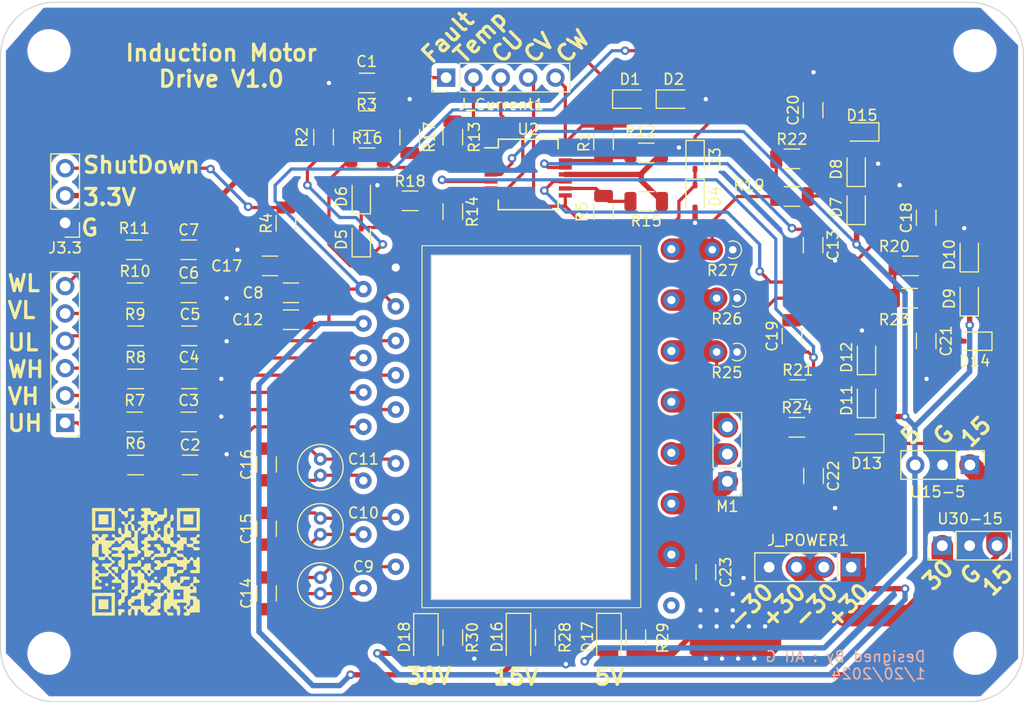
<source format=kicad_pcb>
(kicad_pcb (version 20221018) (generator pcbnew)
  (layers (0 "F.Cu" signal) (31 "B.Cu" signal) (34 "B.Paste" user) (35 "F.Paste" user) (36 "B.SilkS" user "B.Silkscreen") (37 "F.SilkS" user "F.Silkscreen") (38 "B.Mask" user) (39 "F.Mask" user) (44 "Edge.Cuts" user))
  (net 0 "")
  (net 1 "Fault")
  (net 2 "-30")
  (net 3 "/U_Hi")
  (net 4 "/V_Hi")
  (net 5 "/W_Hi")
  (net 6 "/U_Lo")
  (net 7 "/V_Lo")
  (net 8 "/W_Lo")
  (net 9 "+15V")
  (net 10 "Net-(U1-IGCM04F60GAXKMA1-VS(U))")
  (net 11 "Net-(U1-IGCM04F60GAXKMA1-VB(U))")
  (net 12 "Net-(U1-IGCM04F60GAXKMA1-VS(V))")
  (net 13 "Net-(U1-IGCM04F60GAXKMA1-VB(V))")
  (net 14 "Net-(U1-IGCM04F60GAXKMA1-VS(W))")
  (net 15 "Net-(U1-IGCM04F60GAXKMA1-VB(W))")
  (net 16 "/WCOP+")
  (net 17 "/ITRIP")
  (net 18 "/VCOP+")
  (net 19 "/UCOP+")
  (net 20 "/NW_D")
  (net 21 "/NV_D")
  (net 22 "/NU_D")
  (net 23 "+30-2")
  (net 24 "+3.3V")
  (net 25 "CurrentSense W")
  (net 26 "CurrentSense V")
  (net 27 "CurrentSense U")
  (net 28 "+5V")
  (net 29 "ShutDown")
  (net 30 "U-Hi")
  (net 31 "V-Hi")
  (net 32 "W-Hi")
  (net 33 "U-Lo")
  (net 34 "V-Lo")
  (net 35 "W-Lo")
  (net 36 "Temperature Monitor")
  (net 37 "+30")
  (net 38 "Net-(M1-U)")
  (net 39 "Net-(M1-V)")
  (net 40 "Net-(M1-W)")
  (net 41 "/WCOP-")
  (net 42 "/VFO")
  (net 43 "/VCOP-")
  (net 44 "Net-(U2A--)")
  (net 45 "/UCOP-")
  (net 46 "Net-(U2A-+)")
  (net 47 "/NW")
  (net 48 "/NV")
  (net 49 "/NU")
  (net 51 "Net-(D16-K)")
  (net 52 "Net-(D17-K)")
  (net 53 "Net-(D18-K)")
  (footprint "Resistor_SMD:R_1206_3216Metric" (layer "F.Cu") (at 119.0375 61)
    (fp_text reference "R3")
    (fp_text value "1k" hide)
  )
  (footprint "Connector_PinHeader_2.54mm:PinHeader_1x06_P2.54mm_Vertical" (layer "F.Cu") (at 91 89.08 180)
    (fp_text reference "J_Control1" hide)
    (fp_text value "Conn_01x06_Pin" hide)
  )
  (footprint "Diode_SMD:D_SOD-323" (layer "F.Cu") (at 164.4625 69.05 90)
    (fp_text reference "D7")
    (fp_text value "1N4007" hide)
  )
  (footprint "Resistor_SMD:R_1206_3216Metric" (layer "F.Cu") (at 159.0375 86)
    (fp_text reference "R21")
    (fp_text value "10k" hide)
  )
  (footprint "Diode_SMD:D_SOD-323" (layer "F.Cu") (at 165.425 83 90)
    (fp_text reference "D12")
    (fp_text value "1N4007" hide)
  )
  (footprint "Resistor_SMD:R_1206_3216Metric" (layer "F.Cu") (at 127 69.4625 -90)
    (fp_text reference "R14")
    (fp_text value "10k" hide)
  )
  (footprint "Capacitor_THT:C_Radial_D4.0mm_H7.0mm_P1.50mm" (layer "F.Cu") (at 114.7 99.455 90)
    (fp_text reference "C10")
    (fp_text value "22u" hide)
  )
  (footprint "Diode_SMD:D_SOD-323" (layer "F.Cu") (at 174.9625 73.45 90)
    (fp_text reference "D10")
    (fp_text value "1N4007" hide)
  )
  (footprint "Capacitor_SMD:C_1206_3216Metric" (layer "F.Cu") (at 102.475 77)
    (fp_text reference "C6")
    (fp_text value "1n" hide)
  )
  (footprint "Connector_PinHeader_2.54mm:PinHeader_1x03_P2.54mm_Vertical" (layer "F.Cu") (at 175.025 93 -90)
    (fp_text reference "U15-5")
    (fp_text value "DC-DC Converter" hide)
  )
  (footprint "Resistor_SMD:R_1206_3216Metric" (layer "F.Cu") (at 119.0375 64.45)
    (fp_text reference "R16")
    (fp_text value "10k" hide)
  )
  (footprint "Diode_SMD:D_SOD-323" (layer "F.Cu") (at 164.9625 62.05 180)
    (fp_text reference "D15")
    (fp_text value "1N4007" hide)
  )
  (footprint "Resistor_SMD:R_1206_3216Metric" (layer "F.Cu") (at 144.9625 68.5 180)
    (fp_text reference "R15")
    (fp_text value "1k" hide)
  )
  (footprint "Resistor_THT:R_Axial_DIN0204_L3.6mm_D1.6mm_P1.90mm_Vertical" (layer "F.Cu") (at 153.405 77.5 180)
    (fp_text reference "R26")
    (fp_text value "0.2" hide)
  )
  (footprint "Diode_SMD:D_SOD-323" (layer "F.Cu") (at 175.4625 81.5 180)
    (fp_text reference "D14")
    (fp_text value "1N4007" hide)
  )
  (footprint "Capacitor_SMD:C_1206_3216Metric" (layer "F.Cu") (at 160.4625 60.025 90)
    (fp_text reference "C20")
    (fp_text value "1n" hide)
  )
  (footprint "Resistor_SMD:R_1206_3216Metric" (layer "F.Cu") (at 97.5375 85 180)
    (fp_text reference "R8")
    (fp_text value "100" hide)
  )
  (footprint "Resistor_THT:R_Axial_DIN0204_L3.6mm_D1.6mm_P1.90mm_Vertical" (layer "F.Cu") (at 153 73 180)
    (fp_text reference "R27")
    (fp_text value "0.2" hide)
  )
  (footprint "LED_SMD:LED_1206_3216Metric" (layer "F.Cu") (at 141.5 109.075 -90)
    (fp_text reference "D17")
    (fp_text value "LED" hide)
  )
  (footprint "Capacitor_SMD:C_1206_3216Metric" (layer "F.Cu") (at 150.5 102.975 -90)
    (fp_text reference "C23")
    (fp_text value "100n/60V" hide)
  )
  (footprint "Resistor_SMD:R_1206_3216Metric" (layer "F.Cu") (at 141 62.9625 90)
    (fp_text reference "R1")
    (fp_text value "10k" hide)
  )
  (footprint "Capacitor_SMD:C_1206_3216Metric" (layer "F.Cu") (at 102.525 85)
    (fp_text reference "C4")
    (fp_text value "1n" hide)
  )
  (footprint "MountingHole:MountingHole_3.5mm" (layer "F.Cu") (at 89.5 110.5)
    (fp_text reference "H3" hide)
    (fp_text value "MountingHole" hide)
  )
  (footprint "Capacitor_SMD:C_1206_3216Metric" (layer "F.Cu") (at 109.7 104.93 90)
    (fp_text reference "C14")
    (fp_text value "100n" hide)
  )
  (footprint "Capacitor_SMD:C_1206_3216Metric" (layer "F.Cu") (at 109.7 92.955 90)
    (fp_text reference "C16")
    (fp_text value "100n" hide)
  )
  (footprint "Connector_PinHeader_2.54mm:PinHeader_1x04_P2.54mm_Vertical" (layer "F.Cu") (at 164 102.5 -90)
    (fp_text reference "J_POWER1")
    (fp_text value "Conn_01x04_Pin" hide)
  )
  (footprint "Resistor_SMD:R_1206_3216Metric" (layer "F.Cu") (at 127 109.0375 -90)
    (fp_text reference "R30")
    (fp_text value "1k5" hide)
  )
  (footprint "Resistor_SMD:R_1206_3216Metric" (layer "F.Cu") (at 115 62.5375 -90)
    (fp_text reference "R2")
    (fp_text value "10k" hide)
  )
  (footprint "Diode_SMD:D_SOD-323" (layer "F.Cu") (at 143.45 59)
    (fp_text reference "D1")
    (fp_text value "1N4007" hide)
  )
  (footprint "Resistor_SMD:R_1206_3216Metric" (layer "F.Cu") (at 97.4125 73 180)
    (fp_text reference "R11")
    (fp_text value "100" hide)
  )
  (footprint "Capacitor_SMD:C_1206_3216Metric" (layer "F.Cu") (at 111.975 77 180)
    (fp_text reference "C8")
    (fp_text value "1n" hide)
  )
  (footprint "Connector_PinHeader_2.54mm:PinHeader_1x03_P2.54mm_Vertical" (layer "F.Cu") (at 91 70.5 180)
    (fp_text reference "J3.3")
    (fp_text value "Conn_01x03_Pin" hide)
  )
  (footprint "Resistor_SMD:R_1206_3216Metric" (layer "F.Cu") (at 123.0375 68.45)
    (fp_text reference "R18")
    (fp_text value "1k" hide)
  )
  (footprint "MountingHole:MountingHole_3.5mm" (layer "F.Cu") (at 89.5 54.5)
    (fp_text reference "H1" hide)
    (fp_text value "MountingHole" hide)
  )
  (footprint "Resistor_SMD:R_1206_3216Metric" (layer "F.Cu") (at 158.9625 89.5)
    (fp_text reference "R24")
    (fp_text value "10k" hide)
  )
  (footprint "Resistor_SMD:R_1206_3216Metric" (layer "F.Cu") (at 144 109.0375 -90)
    (fp_text reference "R29")
    (fp_text value "1k5" hide)
  )
  (footprint "Github:GithubQR" (layer "F.Cu") (at 98.5 102)
    (fp_text reference "G***" hide)
    (fp_text value "LOGO" hide)
  )
  (footprint "Capacitor_SMD:C_1206_3216Metric" (layer "F.Cu") (at 158.5 81.025 90)
    (fp_text reference "C19")
    (fp_text value "1n" hide)
  )
  (footprint "Diode_SMD:D_SOD-323" (layer "F.Cu") (at 165.425 87 90)
    (fp_text reference "D11")
    (fp_text value "1N4007" hide)
  )
  (footprint "Capacitor_SMD:C_1206_3216Metric" (layer "F.Cu") (at 111.975 79.5 180)
    (fp_text reference "C12")
    (fp_text value "1n" hide)
  )
  (footprint "Connector_PinHeader_2.54mm:PinHeader_1x05_P2.54mm_Vertical" (layer "F.Cu") (at 126.38 57 90)
    (fp_text reference "J_Current1")
    (fp_text value "Conn_01x05_Socket" hide)
  )
  (footprint "Diode_SMD:D_SOD-323" (layer "F.Cu") (at 118.5 72.05 90)
    (fp_text reference "D5")
    (fp_text value "1N4007" hide)
  )
  (footprint "Capacitor_SMD:C_1206_3216Metric" (layer "F.Cu") (at 109.7 98.93 90)
    (fp_text reference "C15")
    (fp_text value "100n" hide)
  )
  (footprint "Resistor_SMD:R_1206_3216Metric" (layer "F.Cu") (at 141 69.4625 -90)
    (fp_text reference "R5")
    (fp_text value "10k" hide)
  )
  (footprint "Capacitor_SMD:C_1206_3216Metric" (layer "F.Cu") (at 170.9625 70.025 90)
    (fp_text reference "C18")
    (fp_text value "1n" hide)
  )
  (footprint "Capacitor_SMD:C_1206_3216Metric" (layer "F.Cu") (at 170.9625 81.475 -90)
    (fp_text reference "C21")
    (fp_text value "1n" hide)
  )
  (footprint "Capacitor_SMD:C_1206_3216Metric" (layer "F.Cu") (at 102.475 73)
    (fp_text reference "C7")
    (fp_text value "1n" hide)
  )
  (footprint "Resistor_SMD:R_1206_3216Metric" (layer "F.Cu") (at 97.4625 89 180)
    (fp_text reference "R7")
    (fp_text value "100" hide)
  )
  (footprint "LED_SMD:LED_1206_3216Metric" (layer "F.Cu") (at 133.1 109.075 -90)
    (fp_text reference "D16")
    (fp_text value "LED" hide)
  )
  (footprint "Capacitor_SMD:C_1206_3216Metric" (layer "F.Cu") (at 110.025 74.5 180)
    (fp_text reference "C17")
    (fp_text value "1n" hide)
  )
  (footprint "Resistor_SMD:R_1206_3216Metric" (layer "F.Cu") (at 144.9625 64 180)
    (fp_text reference "R12")
    (fp_text value "1k" hide)
  )
  (footprint "Resistor_SMD:R_1206_3216Metric" (layer "F.Cu") (at 97.4875 77 180)
    (fp_text reference "R10")
    (fp_text value "100" hide)
  )
  (footprint "Connector_PinHeader_2.54mm:PinHeader_1x03_P2.54mm_Vertical" (layer "F.Cu") (at 152.5 94.525 180)
    (fp_text reference "M1")
    (fp_text value "~" hide)
  )
  (footprint "Diode_SMD:D_SOD-323" (layer "F.Cu") (at 149.5 68.05 -90)
    (fp_text reference "D4")
    (fp_text value "1N4007" hide)
  )
  (footprint "Resistor_SMD:R_1206_3216Metric" (layer "F.Cu") (at 158.5 64.55)
    (fp_text reference "R22")
    (fp_text value "10k" hide)
  )
  (footprint "Resistor_SMD:R_1206_3216Metric" (layer "F.Cu") (at 123 62.5375 -90)
    (fp_text reference "R17")
    (fp_text value "10k" hide)
  )
  (footprint "Capacitor_THT:C_Radial_D4.0mm_H7.0mm_P1.50mm" (layer "F.Cu") (at 114.7 104.955 90)
    (fp_text reference "C9")
    (fp_text value "22u" hide)
  )
  (footprint "Capacitor_SMD:C_1206_3216Metric" (layer "F.Cu") (at 160.4625 72.575 -90)
    (fp_text reference "C13")
    (fp_text value "1n" hide)
  )
  (footprint "Resistor_SMD:R_1206_3216Metric" (layer "F.Cu") (at 111.5 70.5375 90)
    (fp_text reference "R4")
    (fp_text value "10k" hide)
  )
  (footprint "Resistor_SMD:R_1206_3216Metric" (layer "F.Cu") (at 135.6 109.0375 -90)
    (fp_text reference "R28")
    (fp_text value "1k5" hide)
  )
  (footprint "Capacitor_THT:C_Radial_D4.0mm_H7.0mm_P1.50mm" (layer "F.Cu") (at 114.7 93.955 90)
    (fp_text reference "C11")
    (fp_text value "22u" hide)
  )
  (footprint "Resistor_THT:R_Axial_DIN0204_L3.6mm_D1.6mm_P1.90mm_Vertical" (layer "F.Cu") (at 153.4 82.5 180)
    (fp_text reference "R25")
    (fp_text value "0.2" hide)
  )
  (footprint "Capacitor_SMD:C_1206_3216Metric" (layer "F.Cu") (at 160.5 94.025 -90)
    (fp_text reference "C22")
    (fp_text value "1n" hide)
  )
  (footprint "Resistor_SMD:R_1206_3216Metric" (layer "F.Cu") (at 169.5 74.5)
    (fp_text reference "R20")
    (fp_text value "10k" hide)
  )
  (footprint "Bridge:IGCM04F60GAXKMA1" (layer "F.Cu") (at 133.7 88.655)
    (fp_text reference "U1-IGCM04F60GAXKMA1" hide)
    (fp_text value "~" hide)
  )
  (footprint "MountingHole:MountingHole_3.5mm" (layer "F.Cu") (at 175.5 54.5)
    (fp_text reference "H2" hide)
    (fp_text value "MountingHole" hide)
  )
  (footprint "Diode_SMD:D_SOD-323" (layer "F.Cu") (at 174.9625 77.55 90)
    (fp_text reference "D9")
    (fp_text value "1N4007" hide)
  )
  (footprint "Resistor_SMD:R_1206_3216Metric" (layer "F.Cu") (at 97.5375 81 180)
    (fp_text reference "R9")
    (fp_text value "100" hide)
  )
  (footprint "Diode_SMD:D_SOD-323" (layer "F.Cu") (at 118.5 68.05 90)
    (fp_text reference "D6")
    (fp_text value "1N4007" hide)
  )
  (footprint "Capacitor_SMD:C_1206_3216Metric" (layer "F.Cu") (at 119.025 57.5 180)
    (fp_text reference "C1")
    (fp_text value "1n" hide)
  )
  (footprint "LED_SMD:LED_1206_3216Metric" (layer "F.Cu") (at 124.5 109.1 -90)
    (fp_text reference "D18")
    (fp_text value "LED" hide)
  )
  (footprint "MountingHole:MountingHole_3.5mm" (layer "F.Cu") (at 175.5 110.5)
    (fp_text reference "H4" hide)
    (fp_text value "MountingHole" hide)
  )
  (footprint "Diode_SMD:D_SOD-323" (layer "F.Cu") (at 149.5 64.45 -90)
    (fp_text reference "D3")
    (fp_text value "1N4007" hide)
  )
  (footprint "Diode_SMD:D_SOD-323" (layer "F.Cu") (at 164.4625 65.5125 90)
    (fp_text reference "D8")
    (fp_text value "1N4007" hide)
  )
  (footprint "Capacitor_SMD:C_1206_3216Metric" (layer "F.Cu") (at 102.475 89)
    (fp_text reference "C3")
    (fp_text value "1n" hide)
  )
  (footprint "Capacitor_SMD:C_1206_3216Metric" (layer "F.Cu") (at 102.525 81)
    (fp_text reference "C5")
    (fp_text value "1n" hide)
  )
  (footprint "Connector_PinHeader_2.54mm:PinHeader_1x03_P2.54mm_Vertical" (layer "F.Cu") (at 172.46 100.5 90)
    (fp_text reference "U30-15")
    (fp_text value "DC-DC Converter" hide)
  )
  (footprint "Resistor_SMD:R_1206_3216Metric" (layer "F.Cu") (at 158.5 68.05)
    (fp_text reference "R19")
    (fp_text value "10k" hide)
  )
  (footprint "Resistor_SMD:R_1206_3216Metric" (layer "F.Cu") (at 127 62.5375 90)
    (fp_text reference "R13")
    (fp_text value "5k" hide)
  )
  (footprint "Diode_SMD:D_SOD-323" (layer "F.Cu") (at 165.425 91 180)
    (fp_text reference "D13")
    (fp_text value "1N4007" hide)
  )
  (footprint "Capacitor_SMD:C_1206_3216Metric" (layer "F.Cu") (at 102.6 93)
    (fp_text reference "C2")
    (fp_text value "1n" hide)
  )
  (footprint "Package_SO:SSOP-14_5.3x6.2mm_P0.65mm" (layer "F.Cu") (at 134 66)
    (fp_text reference "U2")
    (fp_text value "LM324" hide)
  )
  (footprint "Resistor_SMD:R_1206_3216Metric" (layer "F.Cu") (at 97.5375 93 180)
    (fp_text reference "R6")
    (fp_text value "100" hide)
  )
  (footprint "Resistor_SMD:R_1206_3216Metric" (layer "F.Cu") (at 169.425 77.5)
    (fp_text reference "R23")
    (fp_text value "10k" hide)
  )
  (footprint "Diode_SMD:D_SOD-323" (layer "F.Cu") (at 147.5 59)
    (fp_text reference "D2")
    (fp_text value "1N4007" hide)
  )
  (gr_line (start 90 50) (end 175 50) (stroke (width 0.1)) (layer "Edge.Cuts"))
  (gr_line (start 180 55) (end 180 110) (stroke (width 0.1)) (layer "Edge.Cuts"))
  (gr_arc (start 180 110) (mid 178.535534 113.535534) (end 175 115) (stroke (width 0.1)) (layer "Edge.Cuts"))
  (gr_arc (start 175 50) (mid 178.535534 51.464466) (end 180 55) (stroke (width 0.1)) (layer "Edge.Cuts"))
  (gr_line (start 125 73.5) (end 125 105.5) (stroke (width 0.1)) (layer "Edge.Cuts"))
  (gr_line (start 85 110) (end 85 55) (stroke (width 0.1)) (layer "Edge.Cuts"))
  (gr_arc (start 85 55) (mid 86.464466 51.464466) (end 90 50) (stroke (width 0.1)) (layer "Edge.Cuts"))
  (gr_line (start 143.5 73.5) (end 125 73.5) (stroke (width 0.1)) (layer "Edge.Cuts"))
  (gr_line (start 143.5 105.5) (end 143.5 73.5) (stroke (width 0.1)) (layer "Edge.Cuts"))
  (gr_arc (start 90 115) (mid 86.464466 113.535534) (end 85 110) (stroke (width 0.1)) (layer "Edge.Cuts"))
  (gr_line (start 125 105.5) (end 143.5 105.5) (stroke (width 0.1)) (layer "Edge.Cuts"))
  (gr_line (start 175 115) (end 90 115) (stroke (width 0.1)) (layer "Edge.Cuts"))
  (gr_text "Designed By : Ali G\n1/20/2024" (at 171 113) (layer "B.SilkS") (effects (font (size 1 1)) (justify left bottom mirror)))
  (gr_text "15" (at 175.025 91.67 45) (layer "F.SilkS") (effects (font (size 1.5 1.5) (thickness 0.3) bold) (justify left bottom)))
  (gr_text "-30" (at 153.5 108.5 45) (layer "F.SilkS") (effects (font (size 1.5 1.5) (thickness 0.3) bold) (justify left bottom)))
  (gr_text "G" (at 172.525 91.5 45) (layer "F.SilkS") (effects (font (size 1.5 1.5) (thickness 0.3) bold) (justify left bottom)))
  (gr_text "VH" (at 85.5 87.5) (layer "F.SilkS") (effects (font (size 1.5 1.5) (thickness 0.3) bold) (justify left bottom)))
  (gr_text "WL" (at 85.5 77) (layer "F.SilkS") (effects (font (size 1.5 1.5) (thickness 0.3) bold) (justify left bottom)))
  (gr_text "ShutDown" (at 92.5 66) (layer "F.SilkS") (effects (font (size 1.5 1.5) (thickness 0.3) bold) (justify left bottom)))
  (gr_text "5V" (at 140 113.575) (layer "F.SilkS") (effects (font (size 1.5 1.5) (thickness 0.3) bold) (justify left bottom)))
  (gr_text "+30" (at 156.5 108.5 45) (layer "F.SilkS") (effects (font (size 1.5 1.5) (thickness 0.3) bold) (justify left bottom)))
  (gr_text "Fault" (at 125 56 45) (layer "F.SilkS") (effects (font (size 1.5 1.5) (thickness 0.3) bold) (justify left bottom)))
  (gr_text "5" (at 169.525 91.5 45) (layer "F.SilkS") (effects (font (size 1.5 1.5) (thickness 0.3) bold) (justify left bottom)))
  (gr_text "15" (at 177.04 105.5 45) (layer "F.SilkS") (effects (font (size 1.5 1.5) (thickness 0.3) bold) (justify left bottom)))
  (gr_text "-30" (at 159.5 108.5 45) (layer "F.SilkS") (effects (font (size 1.5 1.5) (thickness 0.3) bold) (justify left bottom)))
  (gr_text "WH" (at 85.5 85) (layer "F.SilkS") (effects (font (size 1.5 1.5) (thickness 0.3) bold) (justify left bottom)))
  (gr_text "30" (at 171.54 105 45) (layer "F.SilkS") (effects (font (size 1.5 1.5) (thickness 0.3) bold) (justify left bottom)))
  (gr_text "G" (at 175.04 104.5 45) (layer "F.SilkS") (effects (font (size 1.5 1.5) (thickness 0.3) bold) (justify left bottom)))
  (gr_text "Temp" (at 128 56 45) (layer "F.SilkS") (effects (font (size 1.5 1.5) (thickness 0.3) bold) (justify left bottom)))
  (gr_text "UH" (at 85.5 90) (layer "F.SilkS") (effects (font (size 1.5 1.5) (thickness 0.3) bold) (justify left bottom)))
  (gr_text "30V" (at 122.5 113.5) (layer "F.SilkS") (effects (font (size 1.5 1.5) (thickness 0.3) bold) (justify left bottom)))
  (gr_text "15V" (at 130.6 113.575) (layer "F.SilkS") (effects (font (size 1.5 1.5) (thickness 0.3) bold) (justify left bottom)))
  (gr_text "+30" (at 162.5 108.5 45) (layer "F.SilkS") (effects (font (size 1.5 1.5) (thickness 0.3) bold) (justify left bottom)))
  (gr_text "CW" (at 137.5 56 45) (layer "F.SilkS") (effects (font (size 1.5 1.5) (thickness 0.3) bold) (justify left bottom)))
  (gr_text "G" (at 92.33 71.83) (layer "F.SilkS") (effects (font (size 1.5 1.5) (thickness 0.3) bold) (justify left bottom)))
  (gr_text "3.3V" (at 92.5 69) (layer "F.SilkS") (effects (font (size 1.5 1.5) (thickness 0.3) bold) (justify left bottom)))
  (gr_text "Induction Motor\nDrive V1.0" (at 105.5 58) (layer "F.SilkS") (effects (font (size 1.5 1.5) (thickness 0.3) bold) (justify bottom)))
  (gr_text "UL" (at 85.5 82.5) (layer "F.SilkS") (effects (font (size 1.5 1.5) (thickness 0.3) bold) (justify left bottom)))
  (gr_text "CV" (at 134.5 56 45) (layer "F.SilkS") (effects (font (size 1.5 1.5) (thickness 0.3) bold) (justify left bottom)))
  (gr_text "CU" (at 131.5 56 45) (layer "F.SilkS") (effects (font (size 1.5 1.5) (thickness 0.3) bold) (justify left bottom)))
  (gr_text "VL" (at 85.5 79.5) (layer "F.SilkS") (effects (font (size 1.5 1.5) (thickness 0.3) bold) (justify left bottom)))
  (segment (start 120.5 58) (end 121.5 57) (width 0.3) (layer "F.Cu") (net 1))
  (segment (start 120.5 61) (end 120.5 58) (width 0.3) (layer "F.Cu") (net 1))
  (segment (start 121.5 57) (end 126.38 57) (width 0.3) (layer "F.Cu") (net 1))
  (segment (start 164.4625 64.4625) (end 165.9625 64.4625) (width 0.5) (layer "F.Cu") (net 2))
  (segment (start 160.4625 74.05) (end 162.45 74.05) (width 0.5) (layer "F.Cu") (net 2))
  (segment (start 160.4625 56.5375) (end 160.5 56.5) (width 0.5) (layer "F.Cu") (net 2))
  (segment (start 171 82.9875) (end 170.9625 82.95) (width 0.5) (layer "F.Cu") (net 2))
  (segment (start 104.075 93) (end 105.075 92) (width 0.2) (layer "F.Cu") (net 2))
  (segment (start 160.5 95.5) (end 162 97) (width 0.5) (layer "F.Cu") (net 2))
  (segment (start 115.5 57.5) (end 117.55 57.5) (width 0.5) (layer "F.Cu") (net 2))
  (segment (start 107.05 73) (end 107 73) (width 0.5) (layer "F.Cu") (net 2))
  (segment (start 108.55 74.5) (end 107.05 73) (width 0.5) (layer "F.Cu") (net 2))
  (segment (start 172.485 96.425) (end 175 98.94) (width 2) (layer "F.Cu") (net 2))
  (segment (start 103.95 77) (end 105.5 77) (width 0.2) (layer "F.Cu") (net 2))
  (segment (start 144.5 66) (end 144.5 66.575) (width 0.5) (layer "F.Cu") (net 2))
  (segment (start 174.9625 72.4) (end 174.9625 71.4625) (width 0.5) (layer "F.Cu") (net 2))
  (segment (start 110.5 76.45) (end 108.55 74.5) (width 0.5) (layer "F.Cu") (net 2))
  (segment (start 104 81) (end 105.5 81) (width 0.2) (layer "F.Cu") (net 2))
  (segment (start 147.5 110.5) (end 150 108) (width 0.5) (layer "F.Cu") (net 2))
  (segment (start 148.55 59) (end 150.5 59) (width 0.5) (layer "F.Cu") (net 2))
  (segment (start 144 110.5) (end 147.5 110.5) (width 0.5) (layer "F.Cu") (net 2))
  (segment (start 110.5 77) (end 110.5 76.45) (width 0.5) (layer "F.Cu") (net 2))
  (segment (start 103.95 89) (end 105 89) (width 0.2) (layer "F.Cu") (net 2))
  (segment (start 175 98.94) (end 175 100.5) (width 2) (layer "F.Cu") (net 2))
  (segment (start 170.05 68.55) (end 168.5 67) (width 0.5) (layer "F.Cu") (net 2))
  (segment (start 105.5 77) (end 106 77.5) (width 0.2) (layer "F.Cu") (net 2))
  (segment (start 123 61.075) (end 123 59) (width 0.5) (layer "F.Cu") (net 2))
  (segment (start 118.5 67) (end 120 67) (width 0.5) (layer "F.Cu") (net 2))
  (segment (start 144.5 66.575) (end 146.425 68.5) (width 0.5) (layer "F.Cu") (net 2))
  (segment (start 144.5 65.925) (end 146.425 64) (width 0.5) (layer "F.Cu") (net 2))
  (segment (start 110.5 79.5) (end 110.5 77) (width 0.5) (layer "F.Cu") (net 2))
  (segment (start 136.5 110.5) (end 135.6 110.5) (width 0.5) (layer "F.Cu") (net 2))
  (segment (start 158.5 79.55) (end 164.05 79.55) (width 0.5) (layer "F.Cu") (net 2))
  (segment (start 162.45 74.05) (end 162.5 74) (width 0.5) (layer "F.Cu") (net 2))
  (segment (start 174.9625 71.4625) (end 174.5 71) (width 0.5) (layer "F.Cu") (net 2))
  (segment (start 165.425 81.95) (end 165.425 80.925) (width 0.5) (layer "F.Cu") (net 2))
  (segment (start 107 73) (end 103.95 73) (width 0.5) (layer "F.Cu") (net 2))
  (segment (start 137.45 66) (end 144.5 66) (width 0.5) (layer "F.Cu") (net 2))
  (segment (start 105.075 92) (end 106 92) (width 0.2) (layer "F.Cu") (net 2))
  (segment (start 147.5 64) (end 146.425 64) (width 0.5) (layer "F.Cu") (net 2))
  (segment (start 127 110.5) (end 128.5 110.5) (width 0.5) (layer "F.Cu") (net 2))
  (segment (start 149.5 69.1) (end 149.5 70.5) (width 0.5) (layer "F.Cu") (net 2))
  (segment (start 105.5 81) (end 106 81.5) (width 0.2) (layer "F.Cu") (net 2))
  (segment (start 165.9625 64.4625) (end 166.5 65) (width 0.5) (layer "F.Cu") (net 2))
  (segment (start 160.4625 58.55) (end 160.4625 56.5375) (width 0.5) (layer "F.Cu") (net 2))
  (segment (start 144.5 66) (end 144.5 65.925) (width 0.5) (layer "F.Cu") (net 2))
  (segment (start 170.9625 68.55) (end 170.05 68.55) (width 0.5) (layer "F.Cu") (net 2))
  (segment (start 137.5 111.5) (end 136.5 110.5) (width 0.5) (layer "F.Cu") (net 2))
  (segment (start 164.05 79.55) (end 165 80.5) (width 0.5) (layer "F.Cu") (net 2))
  (segment (start 121.575 68.45) (end 121.45 68.45) (width 0.5) (layer "F.Cu") (net 2))
  (segment (start 172.485 93) (end 172.485 96.425) (width 2) (layer "F.Cu") (net 2))
  (segment (start 105 89) (end 105.5 88.5) (width 0.2) (layer "F.Cu") (net 2))
  (segment (start 104 85) (end 105.5 85) (width 0.2) (layer "F.Cu") (net 2))
  (segment (start 121.45 68.45) (end 120 67) (width 0.5) (layer "F.Cu") (net 2))
  (segment (start 162 97) (end 162.5 97) (width 0.5) (layer "F.Cu") (net 2))
  (segment (start 128.5 110.5) (end 129 111) (width 0.5) (layer "F.Cu") (net 2))
  (segment (start 165.425 80.925) (end 165 80.5) (width 0.5) (layer "F.Cu") (net 2))
  (segment (start 148 63.5) (end 147.5 64) (width 0.5) (layer "F.Cu") (net 2))
  (segment (start 171 85) (end 171 82.9875) (width 0.5) (layer "F.Cu") (net 2))
  (via (at 162.5 97) (size 0.8) (drill 0.4) (layers "F.Cu" "B.Cu") (net 2))
  (via (at 123 59) (size 0.8) (drill 0.4) (layers "F.Cu" "B.Cu") (net 2))
  (via (at 153.5 111) (size 0.8) (drill 0.4) (layers "F.Cu" "B.Cu") (net 2))
  (via (at 148 63.5) (size 0.8) (drill 0.4) (layers "F.Cu" "B.Cu") (net 2))
  (via (at 154.5 108) (size 0.8) (drill 0.4) (layers "F.Cu" "B.Cu") (net 2))
  (via (at 106 81.5) (size 0.8) (drill 0.4) (layers "F.Cu" "B.Cu") (net 2))
  (via (at 120 67) (size 0.8) (drill 0.4) (layers "F.Cu" "B.Cu") (net 2))
  (via (at 107 73) (size 0.8) (drill 0.4) (layers "F.Cu" "B.Cu") (net 2))
  (via (at 151.5 108) (size 0.8) (drill 0.4) (layers "F.Cu" "B.Cu") (net 2))
  (via (at 149.5 70.5) (size 0.8) (drill 0.4) (layers "F.Cu" "B.Cu") (net 2))
  (via (at 171 85) (size 0.8) (drill 0.4) (layers "F.Cu" "B.Cu") (net 2))
  (via (at 151.5 106.5) (size 0.8) (drill 0.4) (layers "F.Cu" "B.Cu") (net 2))
  (via (at 105.5 88.5) (size 0.8) (drill 0.4) (layers "F.Cu" "B.Cu") (net 2))
  (via (at 153 108) (size 0.8) (drill 0.4) (layers "F.Cu" "B.Cu") (net 2))
  (via (at 106 92) (size 0.8) (drill 0.4) (layers "F.Cu" "B.Cu") (net 2))
  (via (at 150 106.5) (size 0.8) (drill 0.4) (layers "F.Cu" "B.Cu") (net 2))
  (via (at 155 111) (size 0.8) (drill 0.4) (layers "F.Cu" "B.Cu") (net 2))
  (via (at 137.5 111.5) (size 0.8) (drill 0.4) (layers "F.Cu" "B.Cu") (net 2))
  (via (at 152 111) (size 0.8) (drill 0.4) (layers "F.Cu" "B.Cu") (net 2))
  (via (at 129 111) (size 0.8) (drill 0.4) (layers "F.Cu" "B.Cu") (net 2))
  (via (at 150.5 59) (size 0.8) (drill 0.4) (layers "F.Cu" "B.Cu") (net 2))
  (via (at 115.5 57.5) (size 0.8) (drill 0.4) (layers "F.Cu" "B.Cu") (net 2))
  (via (at 162.5 74) (size 0.8) (drill 0.4) (layers "F.Cu" "B.Cu") (net 2))
  (via (at 154 103.5) (size 0.8) (drill 0.4) (layers "F.Cu" "B.Cu") (net 2))
  (via (at 156 108) (size 0.8) (drill 0.4) (layers "F.Cu" "B.Cu") (net 2))
  (via (at 165 80.5) (size 0.8) (drill 0.4) (layers "F.Cu" "B.Cu") (net 2))
  (via (at 166.5 65) (size 0.8) (drill 0.4) (layers "F.Cu" "B.Cu") (net 2))
  (via (at 174.5 71) (size 0.8) (drill 0.4) (layers "F.Cu" "B.Cu") (net 2))
  (via (at 150.5 111) (size 0.8) (drill 0.4) (layers "F.Cu" "B.Cu") (net 2))
  (via (at 168.5 67) (size 0.8) (drill 0.4) (layers "F.Cu" "B.Cu") (net 2))
  (via (at 153 105) (size 0.8) (drill 0.4) (layers "F.Cu" "B.Cu") (net 2))
  (via (at 105.5 85) (size 0.8) (drill 0.4) (layers "F.Cu" "B.Cu") (net 2))
  (via (at 150 108) (size 0.8) (drill 0.4) (layers "F.Cu" "B.Cu") (net 2))
  (via (at 160.5 56.5) (size 0.8) (drill 0.4) (layers "F.Cu" "B.Cu") (net 2))
  (via (at 153 106.5) (size 0.8) (drill 0.4) (layers "F.Cu" "B.Cu") (net 2))
  (via (at 106 77.5) (size 0.8) (drill 0.4) (layers "F.Cu" "B.Cu") (net 2))
  (segment (start 107 93) (end 105 95) (width 0.3) (layer "F.Cu") (net 3))
  (segment (start 108.545 89.455) (end 107 91) (width 0.3) (layer "F.Cu") (net 3))
  (segment (start 107 91) (end 107 93) (width 0.3) (layer "F.Cu") (net 3))
  (segment (start 118.7 89.455) (end 108.545 89.455) (width 0.3) (layer "F.Cu") (net 3))
  (segment (start 105 95) (end 101 95) (width 0.3) (layer "F.Cu") (net 3))
  (segment (start 101.125 93) (end 99 93) (width 0.3) (layer "F.Cu") (net 3))
  (segment (start 101 95) (end 99 93) (width 0.3) (layer "F.Cu") (net 3))
  (segment (start 105 91) (end 103 91) (width 0.3) (layer "F.Cu") (net 4))
  (segment (start 121.7 87.855) (end 108.145 87.855) (width 0.3) (layer "F.Cu") (net 4))
  (segment (start 103 91) (end 101 89) (width 0.3) (layer "F.Cu") (net 4))
  (segment (start 101 89) (end 98.925 89) (width 0.3) (layer "F.Cu") (net 4))
  (segment (start 108.145 87.855) (end 105 91) (width 0.3) (layer "F.Cu") (net 4))
  (segment (start 101.05 86.05) (end 101.05 85) (width 0.3) (layer "F.Cu") (net 5))
  (segment (start 102 87) (end 101.05 86.05) (width 0.3) (layer "F.Cu") (net 5))
  (segment (start 106 87) (end 102 87) (width 0.3) (layer "F.Cu") (net 5))
  (segment (start 118.7 86.255) (end 106.745 86.255) (width 0.3) (layer "F.Cu") (net 5))
  (segment (start 101.05 85) (end 99 85) (width 0.3) (layer "F.Cu") (net 5))
  (segment (start 106.745 86.255) (end 106 87) (width 0.3) (layer "F.Cu") (net 5))
  (segment (start 105 83) (end 102 83) (width 0.3) (layer "F.Cu") (net 6))
  (segment (start 106.655 84.655) (end 105 83) (width 0.3) (layer "F.Cu") (net 6))
  (segment (start 101 82) (end 101.05 81.95) (width 0.3) (layer "F.Cu") (net 6))
  (segment (start 99 81) (end 101.05 81) (width 0.3) (layer "F.Cu") (net 6))
  (segment (start 102 83) (end 101 82) (width 0.3) (layer "F.Cu") (net 6))
  (segment (start 101.05 81.95) (end 101.05 81) (width 0.3) (layer "F.Cu") (net 6))
  (segment (start 121.7 84.655) (end 106.655 84.655) (width 0.3) (layer "F.Cu") (net 6))
  (segment (start 103 79) (end 101 77) (width 0.3) (layer "F.Cu") (net 7))
  (segment (start 118.7 83.055) (end 109.055 83.055) (width 0.3) (layer "F.Cu") (net 7))
  (segment (start 105 79) (end 103 79) (width 0.3) (layer "F.Cu") (net 7))
  (segment (start 109.055 83.055) (end 105 79) (width 0.3) (layer "F.Cu") (net 7))
  (segment (start 98.95 77) (end 101 77) (width 0.3) (layer "F.Cu") (net 7))
  (segment (start 98.875 73) (end 101 73) (width 0.3) (layer "F.Cu") (net 8))
  (segment (start 102 75) (end 101 74) (width 0.3) (layer "F.Cu") (net 8))
  (segment (start 105 75) (end 102 75) (width 0.3) (layer "F.Cu") (net 8))
  (segment (start 108 78) (end 105 75) (width 0.3) (layer "F.Cu") (net 8))
  (segment (start 109.455 81.455) (end 108 80) (width 0.3) (layer "F.Cu") (net 8))
  (segment (start 108 80) (end 108 78) (width 0.3) (layer "F.Cu") (net 8))
  (segment (start 121.7 81.455) (end 109.455 81.455) (width 0.3) (layer "F.Cu") (net 8))
  (segment (start 101 74) (end 101 73) (width 0.3) (layer "F.Cu") (net 8))
  (segment (start 115.5 79.05) (end 115.5 79.855) (width 0.3) (layer "F.Cu") (net 9))
  (segment (start 113.45 77) (end 115.5 79.05) (width 0.3) (layer "F.Cu") (net 9))
  (segment (start 177.54 95.515) (end 177.54 100.5) (width 2) (layer "F.Cu") (net 9))
  (segment (start 115.5 79.855) (end 113.805 79.855) (width 0.3) (layer "F.Cu") (net 9))
  (segment (start 175.025 93) (end 177.54 95.515) (width 2) (layer "F.Cu") (net 9))
  (segment (start 117.5 112.5) (end 132 112.5) (width 0.5) (layer "F.Cu") (net 9))
  (segment (start 133.1 110.475) (end 133.1 110.9) (width 0.5) (layer "F.Cu") (net 9))
  (segment (start 133.1 110.9) (end 131.5 112.5) (width 0.5) (layer "F.Cu") (net 9))
  (segment (start 118.7 79.855) (end 115.5 79.855) (width 0.3) (layer "F.Cu") (net 9))
  (segment (start 177.54 101.46) (end 177.54 100.5) (width 0.5) (layer "F.Cu") (net 9))
  (segment (start 131.5 112.5) (end 166.5 112.5) (width 0.5) (layer "F.Cu") (net 9))
  (segment (start 166.5 112.5) (end 177.54 101.46) (width 0.5) (layer "F.Cu") (net 9))
  (segment (start 113.805 79.855) (end 113.45 79.5) (width 0.3) (layer "F.Cu") (net 9))
  (via (at 117.5 112.5) (size 0.8) (drill 0.4) (layers "F.Cu" "B.Cu") (net 9))
  (segment (start 117.5 112.5) (end 116.5 113.5) (width 0.5) (layer "B.Cu") (net 9))
  (segment (start 109 108.5) (end 109 85.5) (width 0.5) (layer "B.Cu") (net 9))
  (segment (start 114 113.5) (end 109 108.5) (width 0.5) (layer "B.Cu") (net 9))
  (segment (start 116.5 113.5) (end 114 113.5) (width 0.5) (layer "B.Cu") (net 9))
  (segment (start 109 85.5) (end 114.645 79.855) (width 0.5) (layer "B.Cu") (net 9))
  (segment (start 114.645 79.855) (end 118.7 79.855) (width 0.5) (layer "B.Cu") (net 9))
  (segment (start 114.7 104.955) (end 118.2 104.955) (width 0.3) (layer "F.Cu") (net 10))
  (segment (start 118.2 104.955) (end 118.7 104.455) (width 0.3) (layer "F.Cu") (net 10))
  (segment (start 113.045 104.955) (end 111.595 106.405) (width 0.3) (layer "F.Cu") (net 10))
  (segment (start 114.7 104.955) (end 113.045 104.955) (width 0.3) (layer "F.Cu") (net 10))
  (segment (start 111.595 106.405) (end 109.7 106.405) (width 0.3) (layer "F.Cu") (net 10))
  (segment (start 114.7 103.455) (end 115.7 102.455) (width 0.3) (layer "F.Cu") (net 11))
  (segment (start 109.7 103.455) (end 114.7 103.455) (width 0.3) (layer "F.Cu") (net 11))
  (segment (start 115.7 102.455) (end 121.7 102.455) (width 0.3) (layer "F.Cu") (net 11))
  (segment (start 113.75 100.405) (end 114.7 99.455) (width 0.3) (layer "F.Cu") (net 12))
  (segment (start 109.7 100.405) (end 113.75 100.405) (width 0.3) (layer "F.Cu") (net 12))
  (segment (start 114.7 99.455) (end 118.7 99.455) (width 0.3) (layer "F.Cu") (net 12))
  (segment (start 121.6 97.955) (end 121.7 97.855) (width 0.3) (layer "F.Cu") (net 13))
  (segment (start 114.2 97.455) (end 114.7 97.955) (width 0.3) (layer "F.Cu") (net 13))
  (segment (start 114.7 97.955) (end 121.6 97.955) (width 0.3) (layer "F.Cu") (net 13))
  (segment (start 109.7 97.455) (end 114.2 97.455) (width 0.3) (layer "F.Cu") (net 13))
  (segment (start 114.7 93.955) (end 118.2 93.955) (width 0.3) (layer "F.Cu") (net 14))
  (segment (start 114.225 94.43) (end 114.7 93.955) (width 0.3) (layer "F.Cu") (net 14))
  (segment (start 109.7 94.43) (end 114.225 94.43) (width 0.3) (layer "F.Cu") (net 14))
  (segment (start 118.2 93.955) (end 118.7 94.455) (width 0.3) (layer "F.Cu") (net 14))
  (segment (start 114.7 92.455) (end 121.3 92.455) (width 0.3) (layer "F.Cu") (net 15))
  (segment (start 121.3 92.455) (end 121.7 92.855) (width 0.3) (layer "F.Cu") (net 15))
  (segment (start 109.7 91.48) (end 113.725 91.48) (width 0.3) (layer "F.Cu") (net 15))
  (segment (start 113.725 91.48) (end 114.7 92.455) (width 0.3) (layer "F.Cu") (net 15))
  (segment (start 135.85 65.35) (end 137.45 65.35) (width 0.3) (layer "F.Cu") (net 16))
  (segment (start 159.9625 70.6) (end 160.4625 71.1) (width 0.3) (layer "F.Cu") (net 16))
  (segment (start 160.0125 68) (end 159.9625 68.05) (width 0.3) (layer "F.Cu") (net 16))
  (segment (start 159.9625 68.05) (end 159.9625 70.6) (width 0.3) (layer "F.Cu") (net 16))
  (segment (start 160.4625 71.1) (end 158.6 71.1) (width 0.3) (layer "F.Cu") (net 16))
  (segment (start 164.4625 66.5625) (end 164.4625 68) (width 0.3) (layer "F.Cu") (net 16))
  (segment (start 164.5125 66.5125) (end 164.4625 66.5625) (width 0.3) (layer "F.Cu") (net 16))
  (segment (start 135.5 65) (end 135.85 65.35) (width 0.3) (layer "F.Cu") (net 16))
  (segment (start 158.6 71.1) (end 158.5 71) (width 0.3) (layer "F.Cu") (net 16))
  (segment (start 164.4625 68) (end 160.0125 68) (width 0.3) (layer "F.Cu") (net 16))
  (via (at 135.5 65) (size 0.8) (drill 0.4) (layers "F.Cu" "B.Cu") (net 16))
  (via (at 158.5 71) (size 0.8) (drill 0.4) (layers "F.Cu" "B.Cu") (net 16))
  (segment (start 152.5 65) (end 135.5 65) (width 0.3) (layer "B.Cu") (net 16))
  (segment (start 158.5 71) (end 152.5 65) (width 0.3) (layer "B.Cu") (net 16))
  (segment (start 177.5 80.5) (end 176.5125 81.4875) (width 0.3) (layer "F.Cu") (net 17))
  (segment (start 166.0125 62.05) (end 168.55 62.05) (width 0.3) (layer "F.Cu") (net 17))
  (segment (start 176.5125 81.5) (end 176.5125 85.9875) (width 0.3) (layer "F.Cu") (net 17))
  (segment (start 115.655 76.655) (end 118.7 76.655) (width 0.3) (layer "F.Cu") (net 17))
  (segment (start 113.5 74.5) (end 115.655 76.655) (width 0.3) (layer "F.Cu") (net 17))
  (segment (start 168.55 62.05) (end 177.5 71) (width 0.3) (layer "F.Cu") (net 17))
  (segment (start 111.5 74.5) (end 111.5 72) (width 0.3) (layer "F.Cu") (net 17))
  (segment (start 164 54.5) (end 143 54.5) (width 0.3) (layer "F.Cu") (net 17))
  (segment (start 176.5125 85.9875) (end 171.5 91) (width 0.3) (layer "F.Cu") (net 17))
  (segment (start 166.0125 62.05) (end 166.0125 56.5125) (width 0.3) (layer "F.Cu") (net 17))
  (segment (start 176.5125 81.4875) (end 176.5125 81.5) (width 0.3) (layer "F.Cu") (net 17))
  (segment (start 166.0125 56.5125) (end 164 54.5) (width 0.3) (layer "F.Cu") (net 17))
  (segment (start 177.5 71) (end 177.5 80.5) (width 0.3) (layer "F.Cu") (net 17))
  (segment (start 171.5 91) (end 166.475 91) (width 0.3) (layer "F.Cu") (net 17))
  (segment (start 111.5 74.5) (end 113.5 74.5) (width 0.3) (layer "F.Cu") (net 17))
  (via (at 143 54.5) (size 0.8) (drill 0.4) (layers "F.Cu" "B.Cu") (net 17))
  (segment (start 110.5 68.455) (end 118.7 76.655) (width 0.3) (layer "B.Cu") (net 17))
  (segment (start 141.792894 54.5) (end 136.292894 60) (width 0.3) (layer "B.Cu") (net 17))
  (segment (start 121.5 65.5) (end 112 65.5) (width 0.3) (layer "B.Cu") (net 17))
  (segment (start 110.5 67) (end 110.5 68.455) (width 0.3) (layer "B.Cu") (net 17))
  (segment (start 143 54.5) (end 141.792894 54.5) (width 0.3) (layer "B.Cu") (net 17))
  (segment (start 112 65.5) (end 110.5 67) (width 0.3) (layer "B.Cu") (net 17))
  (segment (start 136.292894 60) (end 127 60) (width 0.3) (layer "B.Cu") (net 17))
  (segment (start 127 60) (end 121.5 65.5) (width 0.3) (layer "B.Cu") (net 17))
  (segment (start 136.35 66.65) (end 137.45 66.65) (width 0.3) (layer "F.Cu") (net 18))
  (segment (start 167 71.5) (end 165.5 73) (width 0.3) (layer "F.Cu") (net 18))
  (segment (start 162.5 76) (end 160.5 76) (width 0.3) (layer "F.Cu") (net 18))
  (segment (start 156.5 76) (end 155.5 75) (width 0.3) (layer "F.Cu") (net 18))
  (segment (start 160.5 76) (end 156.5 76) (width 0.3) (layer "F.Cu") (net 18))
  (segment (start 170.9625 71.5) (end 170.9625 74.5) (width 0.3) (layer "F.Cu") (net 18))
  (segment (start 165.5 73) (end 162.5 76) (width 0.3) (layer "F.Cu") (net 18))
  (segment (start 170.9625 71.5) (end 167 71.5) (width 0.3) (layer "F.Cu") (net 18))
  (segment (start 135.5 67.5) (end 136.35 66.65) (width 0.3) (layer "F.Cu") (net 18))
  (segment (start 174.9625 74.5) (end 174.9625 76.5) (width 0.3) (layer "F.Cu") (net 18))
  (segment (start 170.9625 74.5) (end 174.9625 74.5) (width 0.3) (layer "F.Cu") (net 18))
  (via (at 135.5 67.5) (size 0.8) (drill 0.4) (layers "F.Cu" "B.Cu") (net 18))
  (via (at 155.5 75) (size 0.8) (drill 0.4) (layers "F.Cu" "B.Cu") (net 18))
  (segment (start 155.5 75) (end 155.5 72.5) (width 0.3) (layer "B.Cu") (net 18))
  (segment (start 155.5 72.5) (end 152.5 69.5) (width 0.3) (layer "B.Cu") (net 18))
  (segment (start 137.5 69.5) (end 135.5 67.5) (width 0.3) (layer "B.Cu") (net 18))
  (segment (start 152.5 69.5) (end 137.5 69.5) (width 0.3) (layer "B.Cu") (net 18))
  (segment (start 126 66.5) (end 126.15 66.65) (width 0.3) (layer "F.Cu") (net 19))
  (segment (start 160.475 83) (end 160.425 82.95) (width 0.3) (layer "F.Cu") (net 19))
  (segment (start 126.15 66.65) (end 130.55 66.65) (width 0.3) (layer "F.Cu") (net 19))
  (segment (start 160.5 83) (end 160.475 83) (width 0.3) (layer "F.Cu") (net 19))
  (segment (start 160.5 83.025) (end 160.5 83) (width 0.3) (layer "F.Cu") (net 19))
  (segment (start 158.5 82.5) (end 160 82.5) (width 0.3) (layer "F.Cu") (net 19))
  (segment (start 160.5 86) (end 160.5 83.025) (width 0.3) (layer "F.Cu") (net 19))
  (segment (start 165.425 85.95) (end 160.55 85.95) (width 0.3) (layer "F.Cu") (net 19))
  (segment (start 165.425 84.05) (end 165.425 85.95) (width 0.3) (layer "F.Cu") (net 19))
  (segment (start 160 82.5) (end 160.5 83) (width 0.3) (layer "F.Cu") (net 19))
  (segment (start 160.55 85.95) (end 160.5 86) (width 0.3) (layer "F.Cu") (net 19))
  (segment (start 160.5 83.025) (end 160.5 83.025) (width 0.3) (layer "F.Cu") (net 19))
  (via (at 160.5 83) (size 0.8) (drill 0.4) (layers "F.Cu" "B.Cu") (net 19))
  (via (at 126 66.5) (size 0.8) (drill 0.4) (layers "F.Cu" "B.Cu") (net 19))
  (segment (start 151.5 66.5) (end 126 66.5) (width 0.3) (layer "B.Cu") (net 19))
  (segment (start 157 78.5) (end 157 72) (width 0.3) (layer "B.Cu") (net 19))
  (segment (start 160.5 82) (end 157 78.5) (width 0.3) (layer "B.Cu") (net 19))
  (segment (start 160.5 83) (end 160.5 82) (width 0.3) (layer "B.Cu") (net 19))
  (segment (start 157 72) (end 151.5 66.5) (width 0.3) (layer "B.Cu") (net 19))
  (segment (start 163.9125 62.05) (end 161.0125 62.05) (width 0.3) (layer "F.Cu") (net 20))
  (segment (start 159.9625 64.55) (end 159.9625 62) (width 0.3) (layer "F.Cu") (net 20))
  (segment (start 159.9625 62) (end 160.4625 61.5) (width 0.3) (layer "F.Cu") (net 20))
  (segment (start 161.0125 62.05) (end 160.4625 61.5) (width 0.3) (layer "F.Cu") (net 20))
  (segment (start 170.9625 80) (end 172.9125 80) (width 0.3) (layer "F.Cu") (net 21))
  (segment (start 172.9125 80) (end 174.4125 81.5) (width 0.3) (layer "F.Cu") (net 21))
  (segment (start 170.9625 77.575) (end 170.8875 77.5) (width 0.3) (layer "F.Cu") (net 21))
  (segment (start 170.9625 80) (end 170.9625 77.575) (width 0.3) (layer "F.Cu") (net 21))
  (segment (start 164.375 91) (end 161.925 91) (width 0.3) (layer "F.Cu") (net 22))
  (segment (start 160.5 92.55) (end 160.5 89.575) (width 0.3) (layer "F.Cu") (net 22))
  (segment (start 160.5 89.575) (end 160.425 89.5) (width 0.3) (layer "F.Cu") (net 22))
  (segment (start 161.925 91) (end 160.425 89.5) (width 0.3) (layer "F.Cu") (net 22))
  (segment (start 120 110.5) (end 120.5 110.5) (width 0.5) (layer "F.Cu") (net 23))
  (segment (start 124.5 110.5) (end 120 110.5) (width 0.5) (layer "F.Cu") (net 23))
  (segment (start 166 104.5) (end 164 102.5) (width 0.5) (layer "F.Cu") (net 23))
  (segment (start 169 104.5) (end 166 104.5) (width 0.5) (layer "F.Cu") (net 23))
  (via (at 169 104.5) (size 0.8) (drill 0.4) (layers "F.Cu" "B.Cu") (net 23))
  (via (at 120 110.5) (size 0.8) (drill 0.4) (layers "F.Cu" "B.Cu") (net 23))
  (segment (start 162 112.5) (end 122 112.5) (width 0.5) (layer "B.Cu") (net 23))
  (segment (start 169 104.5) (end 169 105.5) (width 0.5) (layer "B.Cu") (net 23))
  (segment (start 169 105.5) (end 162 112.5) (width 0.5) (layer "B.Cu") (net 23))
  (segment (start 122 112.5) (end 120 110.5) (width 0.5) (layer "B.Cu") (net 23))
  (segment (start 111.5 58.5) (end 111.5 60.5) (width 0.3) (layer "F.Cu") (net 24))
  (segment (start 116.5 53.5) (end 111.5 58.5) (width 0.3) (layer "F.Cu") (net 24))
  (segment (start 144.8 56) (end 142.4 58.4) (width 0.3) (layer "F.Cu") (net 24))
  (segment (start 149.5 62.5) (end 152 60) (width 0.3) (layer "F.Cu") (net 24))
  (segment (start 118.5 73.1) (end 119.9 73.1) (width 0.3) (layer "F.Cu") (net 24))
  (segment (start 137.5 53.5) (end 116.5 53.5) (width 0.3) (layer "F.Cu") (net 24))
  (segment (start 142.4 58.4) (end 137.5 53.5) (width 0.3) (layer "F.Cu") (net 24))
  (segment (start 142.4 59) (end 142.4 58.4) (width 0.3) (layer "F.Cu") (net 24))
  (segment (start 111.5 60.5) (end 115 64) (width 0.3) (layer "F.Cu") (net 24))
  (segment (start 152 60) (end 152 57.5) (width 0.3) (layer "F.Cu") (net 24))
  (segment (start 105.54 67.96) (end 109.5 64) (width 0.5) (layer "F.Cu") (net 24))
  (segment (start 149.5 63.4) (end 149.5 62.5) (width 0.3) (layer "F.Cu") (net 24))
  (segment (start 109.5 64) (end 115 64) (width 0.5) (layer "F.Cu") (net 24))
  (segment (start 119.9 73.1) (end 120.5 72.5) (width 0.3) (layer "F.Cu") (net 24))
  (segment (start 113.5 65.5) (end 113.5 67) (width 0.3) (layer "F.Cu") (net 24))
  (segment (start 115 64) (end 113.5 65.5) (width 0.3) (layer "F.Cu") (net 24))
  (segment (start 150.5 56) (end 144.8 56) (width 0.3) (layer "F.Cu") (net 24))
  (segment (start 152 57.5) (end 150.5 56) (width 0.3) (layer "F.Cu") (net 24))
  (segment (start 91 67.96) (end 105.54 67.96) (width 0.5) (layer "F.Cu") (net 24))
  (via (at 113.5 67) (size 0.8) (drill 0.4) (layers "F.Cu" "B.Cu") (net 24))
  (via (at 120.5 72.5) (size 0.8) (drill 0.4) (layers "F.Cu" "B.Cu") (net 24))
  (segment (start 116.5 70) (end 113.5 67) (width 0.3) (layer "B.Cu") (net 24))
  (segment (start 118 70) (end 117 70) (width 0.3) (layer "B.Cu") (net 24))
  (segment (start 120.5 72.5) (end 118 70) (width 0.3) (layer "B.Cu") (net 24))
  (segment (start 117 70) (end 116.5 70) (width 0.3) (layer "B.Cu") (net 24))
  (segment (start 144.5 60) (end 144.5 59) (width 0.3) (layer "F.Cu") (net 25))
  (segment (start 144.5 59) (end 146.45 59) (width 0.3) (layer "F.Cu") (net 25))
  (segment (start 137.45 63.05) (end 139 61.5) (width 0.3) (layer "F.Cu") (net 25))
  (segment (start 143 61.5) (end 144.5 60) (width 0.3) (layer "F.Cu") (net 25))
  (segment (start 141 61.5) (end 143 61.5) (width 0.3) (layer "F.Cu") (net 25))
  (segment (start 137.45 64.05) (end 137.45 63.05) (width 0.3) (layer "F.Cu") (net 25))
  (segment (start 137.45 64.05) (end 137.45 57.91) (width 0.3) (layer "F.Cu") (net 25))
  (segment (start 139 61.5) (end 141 61.5) (width 0.3) (layer "F.Cu") (net 25))
  (segment (start 146.5 59.05) (end 146.45 59) (width 0.3) (layer "F.Cu") (net 25))
  (segment (start 137.45 57.91) (end 136.54 57) (width 0.3) (layer "F.Cu") (net 25))
  (segment (start 134.5 57.5) (end 134 57) (width 0.3) (layer "F.Cu") (net 26))
  (segment (start 137.45 67.95) (end 137.45 68.95) (width 0.3) (layer "F.Cu") (net 26))
  (segment (start 147.075 70.925) (end 148 70) (width 0.3) (layer "F.Cu") (net 26))
  (segment (start 134.5 68.5) (end 134.5 57.5) (width 0.3) (layer "F.Cu") (net 26))
  (segment (start 134.95 68.95) (end 134.5 68.5) (width 0.3) (layer "F.Cu") (net 26))
  (segment (start 141 70.925) (end 139.425 70.925) (width 0.3) (layer "F.Cu") (net 26))
  (segment (start 148 70) (end 148 68.5) (width 0.3) (layer "F.Cu") (net 26))
  (segment (start 141 70.925) (end 147.075 70.925) (width 0.3) (layer "F.Cu") (net 26))
  (segment (start 148 68.5) (end 149.5 67) (width 0.3) (layer "F.Cu") (net 26))
  (segment (start 137.45 68.95) (end 134.95 68.95) (width 0.3) (layer "F.Cu") (net 26))
  (segment (start 149.5 65.5) (end 149.5 67) (width 0.3) (layer "F.Cu") (net 26))
  (segment (start 139.425 70.925) (end 137.45 68.95) (width 0.3) (layer "F.Cu") (net 26))
  (segment (start 118.5 71) (end 118.5 69.1) (width 0.3) (layer "F.Cu") (net 27))
  (segment (start 118.575 70.925) (end 118.5 71) (width 0.3) (layer "F.Cu") (net 27))
  (segment (start 133.5 65.9) (end 133.5 62.5) (width 0.3) (layer "F.Cu") (net 27))
  (segment (start 127 70.925) (end 118.575 70.925) (width 0.3) (layer "F.Cu") (net 27))
  (segment (start 133.5 62.5) (end 131.46 60.46) (width 0.3) (layer "F.Cu") (net 27))
  (segment (start 130.55 67.95) (end 130.55 69.95) (width 0.3) (layer "F.Cu") (net 27))
  (segment (start 129.575 70.925) (end 127 70.925) (width 0.3) (layer "F.Cu") (net 27))
  (segment (start 130.55 69.95) (end 129.575 70.925) (width 0.3) (layer "F.Cu") (net 27))
  (segment (start 130.55 67.95) (end 131.45 67.95) (width 0.3) (layer "F.Cu") (net 27))
  (segment (start 131.46 60.46) (end 131.46 57) (width 0.3) (layer "F.Cu") (net 27))
  (segment (start 131.45 67.95) (end 133.5 65.9) (width 0.3) (layer "F.Cu") (net 27))
  (segment (start 131.45 66) (end 132.5 64.95) (width 0.3) (layer "F.Cu") (net 28))
  (segment (start 140.025 110.475) (end 141.5 110.475) (width 0.5) (layer "F.Cu") (net 28))
  (segment (start 164.5 72.5) (end 164.5 70.1375) (width 0.5) (layer "F.Cu") (net 28))
  (segment (start 139.25 111.25) (end 140.025 110.475) (width 0.5) (layer "F.Cu") (net 28))
  (segment (start 132.5 64.95) (end 132.5 64.5) (width 0.3) (layer "F.Cu") (net 28))
  (segment (start 175 78.6375) (end 174.9625 78.6) (width 0.5) (layer "F.Cu") (net 28))
  (segment (start 169 88.5) (end 165.875 88.5) (width 0.5) (layer "F.Cu") (net 28))
  (segment (start 130.55 66) (end 131.45 66) (width 0.3) (layer "F.Cu") (net 28))
  (segment (start 165.875 88.5) (end 165.425 88.05) (width 0.5) (layer "F.Cu") (net 28))
  (segment (start 175 80) (end 175 78.6375) (width 0.5) (layer "F.Cu") (net 28))
  (segment (start 164.5 70.1375) (end 164.4625 70.1) (width 0.5) (layer "F.Cu") (net 28))
  (via (at 139.25 111.25) (size 0.8) (drill 0.4) (layers "F.Cu" "B.Cu") (net 28))
  (via (at 164.5 72.5) (size 0.8) (drill 0.4) (layers "F.Cu" "B.Cu") (net 28))
  (via (at 132.5 64.5) (size 0.8) (drill 0.4) (layers "F.Cu" "B.Cu") (net 28))
  (via (at 175 80) (size 0.8) (drill 0.4) (layers "F.Cu" "B.Cu") (net 28))
  (via (at 169 88.5) (size 0.8) (drill 0.4) (layers "F.Cu" "B.Cu") (net 28))
  (segment (start 161.5 110) (end 169.92 101.58) (width 0.5) (layer "B.Cu") (net 28))
  (segment (start 135 62) (end 154 62) (width 0.3) (layer "B.Cu") (net 28))
  (segment (start 169 88.5) (end 169 77) (width 0.5) (layer "B.Cu") (net 28))
  (segment (start 132.5 64.5) (end 135 62) (width 0.3) (layer "B.Cu") (net 28))
  (segment (start 169 77) (end 164.5 72.5) (width 0.5) (layer "B.Cu") (net 28))
  (segment (start 169.92 101.58) (end 169.92 89.42) (width 0.5) (layer "B.Cu") (net 28))
  (segment (start 139.25 111.25) (end 140.5 110) (width 0.5) (layer "B.Cu") (net 28))
  (segment (start 169.92 89.42) (end 175 84.34) (width 0.5) (layer "B.Cu") (net 28))
  (segment (start 175 84.34) (end 175 80) (width 0.5) (layer "B.Cu") (net 28))
  (segment (start 140.5 110) (end 161.5 110) (width 0.5) (layer "B.Cu") (net 28))
  (segment (start 154 62) (end 164.5 72.5) (width 0.3) (layer "B.Cu") (net 28))
  (segment (start 169.92 89.42) (end 169 88.5) (width 0.5) (layer "B.Cu") (net 28))
  (segment (start 108 69) (end 108.075 69.075) (width 0.3) (layer "F.Cu") (net 29))
  (segment (start 108.075 69.075) (end 111.5 69.075) (width 0.3) (layer "F.Cu") (net 29))
  (segment (start 91 65.42) (end 104.42 65.42) (width 0.3) (layer "F.Cu") (net 29))
  (segment (start 104.42 65.42) (end 104.5 65.5) (width 0.3) (layer "F.Cu") (net 29))
  (via (at 108 69) (size 0.8) (drill 0.4) (layers "F.Cu" "B.Cu") (net 29))
  (via (at 104.5 65.5) (size 0.8) (drill 0.4) (layers "F.Cu" "B.Cu") (net 29))
  (segment (start 104.5 65.5) (end 108 69) (width 0.3) (layer "B.Cu") (net 29))
  (segment (start 92.155 89.08) (end 91 89.08) (width 0.3) (layer "F.Cu") (net 30))
  (segment (start 96.075 93) (end 92.155 89.08) (width 0.3) (layer "F.Cu") (net 30))
  (segment (start 96 89) (end 93.54 86.54) (width 0.3) (layer "F.Cu") (net 31))
  (segment (start 93.54 86.54) (end 91 86.54) (width 0.3) (layer "F.Cu") (net 31))
  (segment (start 95.075 84) (end 91 84) (width 0.3) (layer "F.Cu") (net 32))
  (segment (start 96.075 85) (end 95.075 84) (width 0.3) (layer "F.Cu") (net 32))
  (segment (start 91.46 81) (end 91 81.46) (width 0.3) (layer "F.Cu") (net 33))
  (segment (start 96.075 81) (end 91.46 81) (width 0.3) (layer "F.Cu") (net 33))
  (segment (start 91 78.92) (end 94.105 78.92) (width 0.3) (layer "F.Cu") (net 34))
  (segment (start 94.105 78.92) (end 96.025 77) (width 0.3) (layer "F.Cu") (net 34))
  (segment (start 91 76.38) (end 94.38 73) (width 0.3) (layer "F.Cu") (net 35))
  (segment (start 94.38 73) (end 95.95 73) (width 0.3) (layer "F.Cu") (net 35))
  (segment (start 128.92 60.92) (end 128.92 57) (width 0.3) (layer "F.Cu") (net 36))
  (segment (start 130.55 62.55) (end 129.075 61.075) (width 0.3) (layer "F.Cu") (net 36))
  (segment (start 129.075 61.075) (end 128.92 60.92) (width 0.3) (layer "F.Cu") (net 36))
  (segment (start 130.55 64.05) (end 130.55 62.55) (width 0.3) (layer "F.Cu") (net 36))
  (segment (start 129.075 61.075) (end 127 61.075) (width 0.3) (layer "F.Cu") (net 36))
  (segment (start 158.92 102.5) (end 161.46 102.5) (width 2) (layer "F.Cu") (net 37))
  (segment (start 172.46 104.04) (end 172.46 100.5) (width 2) (layer "F.Cu") (net 37))
  (segment (start 169.5 107) (end 172.46 104.04) (width 2) (layer "F.Cu") (net 37))
  (segment (start 163.42 107) (end 169.5 107) (width 2) (layer "F.Cu") (net 37))
  (segment (start 158.92 102.5) (end 163.42 107) (width 2) (layer "F.Cu") (net 37))
  (segment (start 147.3 96.595) (end 150.43 96.595) (width 2) (layer "F.Cu") (net 38))
  (segment (start 150.43 96.595) (end 152.5 94.525) (width 2) (layer "F.Cu") (net 38))
  (segment (start 152.5 91.985) (end 147.42 91.985) (width 2) (layer "F.Cu") (net 39))
  (segment (start 147.42 91.985) (end 147.3 91.865) (width 2) (layer "F.Cu") (net 39))
  (segment (start 150.19 87.135) (end 152.5 89.445) (width 2) (layer "F.Cu") (net 40))
  (segment (start 147.3 87.135) (end 150.19 87.135) (width 2) (layer "F.Cu") (net 40))
  (segment (start 141 64.425) (end 143.075 64.425) (width 0.3) (layer "F.Cu") (net 41))
  (segment (start 140.725 64.7) (end 137.45 64.7) (width 0.3) (layer "F.Cu") (net 41))
  (segment (start 143.075 64.425) (end 143.5 64) (width 0.3) (layer "F.Cu") (net 41))
  (segment (start 141 64.425) (end 140.725 64.7) (width 0.3) (layer "F.Cu") (net 41))
  (segment (start 117.575 64.45) (end 115.525 66.5) (width 0.3) (layer "F.Cu") (net 42))
  (segment (start 117.575 61) (end 117.575 64.45) (width 0.3) (layer "F.Cu") (net 42))
  (segment (start 119 74.5) (end 120.5 76) (width 0.3) (layer "F.Cu") (net 42))
  (segment (start 117.5 74.5) (end 119 74.5) (width 0.3) (layer "F.Cu") (net 42))
  (segment (start 115.5 66.5) (end 115.5 72.5) (width 0.3) (layer "F.Cu") (net 42))
  (segment (start 120.5 77.055) (end 121.7 78.255) (width 0.3) (layer "F.Cu") (net 42))
  (segment (start 117.575 61) (end 115.075 61) (width 0.3) (layer "F.Cu") (net 42))
  (segment (start 115.5 72.5) (end 117.5 74.5) (width 0.3) (layer "F.Cu") (net 42))
  (segment (start 115.525 66.5) (end 115.5 66.5) (width 0.3) (layer "F.Cu") (net 42))
  (segment (start 120.5 76) (end 120.5 77.055) (width 0.3) (layer "F.Cu") (net 42))
  (segment (start 115.075 61) (end 115 61.075) (width 0.3) (layer "F.Cu") (net 42))
  (segment (start 143.5 68.5) (end 141.5 68.5) (width 0.3) (layer "F.Cu") (net 43))
  (segment (start 141 68) (end 140.3 67.3) (width 0.3) (layer "F.Cu") (net 43))
  (segment (start 141.5 68.5) (end 141 68) (width 0.3) (layer "F.Cu") (net 43))
  (segment (start 140.3 67.3) (end 137.45 67.3) (width 0.3) (layer "F.Cu") (net 43))
  (segment (start 127 64) (end 123 64) (width 0.3) (layer "F.Cu") (net 44))
  (segment (start 130.55 64.7) (end 127.7 64.7) (width 0.3) (layer "F.Cu") (net 44))
  (segment (start 127.7 64.7) (end 127 64) (width 0.3) (layer "F.Cu") (net 44))
  (segment (start 126.55 68.45) (end 127 68) (width 0.3) (layer "F.Cu") (net 45))
  (segment (start 127 68) (end 127.7 67.3) (width 0.3) (layer "F.Cu") (net 45))
  (segment (start 124.5 68.45) (end 126.55 68.45) (width 0.3) (layer "F.Cu") (net 45))
  (segment (start 127.7 67.3) (end 130.55 67.3) (width 0.3) (layer "F.Cu") (net 45))
  (segment (start 120.5 64.45) (end 121.4 65.35) (width 0.3) (layer "F.Cu") (net 46))
  (segment (start 121.4 65.35) (end 130.55 65.35) (width 0.3) (layer "F.Cu") (net 46))
  (segment (start 151.045 72.945) (end 151.1 73) (width 2) (layer "F.Cu") (net 47))
  (segment (start 151.1 70.4) (end 153.45 68.05) (width 0.3) (layer "F.Cu") (net 47))
  (segment (start 153.45 68.05) (end 157.0375 68.05) (width 0.3) (layer "F.Cu") (net 47))
  (segment (start 147.3 72.945) (end 151.045 72.945) (width 2) (layer "F.Cu") (net 47))
  (segment (start 157.0375 68.05) (end 157.0375 64.55) (width 0.3) (layer "F.Cu") (net 47))
  (segment (start 151.1 73) (end 151.1 70.4) (width 0.3) (layer "F.Cu") (net 47))
  (segment (start 152.5 80) (end 151.505 79.005) (width 0.3) (layer "F.Cu") (net 48))
  (segment (start 151.33 77.675) (end 151.505 77.5) (width 2) (layer "F.Cu") (net 48))
  (segment (start 168.0375 74.5) (end 168.0375 77.425) (width 0.3) (layer "F.Cu") (net 48))
  (segment (start 147.3 77.675) (end 151.33 77.675) (width 2) (layer "F.Cu") (net 48))
  (segment (start 167.9625 77.5) (end 157 77.5) (width 0.3) (layer "F.Cu") (net 48))
  (segment (start 157 77.5) (end 154.5 80) (width 0.3) (layer "F.Cu") (net 48))
  (segment (start 151.505 79.005) (end 151.505 77.5) (width 0.3) (layer "F.Cu") (net 48))
  (segment (start 154.5 80) (end 152.5 80) (width 0.3) (layer "F.Cu") (net 48))
  (segment (start 168.0375 77.425) (end 167.9625 77.5) (width 0.3) (layer "F.Cu") (net 48))
  (segment (start 147.3 82.405) (end 151.405 82.405) (width 2) (layer "F.Cu") (net 49))
  (segment (start 151.5 84) (end 151.5 82.5) (width 0.3) (layer "F.Cu") (net 49))
  (segment (start 152.5 85) (end 151.5 84) (width 0.3) (layer "F.Cu") (net 49))
  (segment (start 156.575 85) (end 152.5 85) (width 0.3) (layer "F.Cu") (net 49))
  (segment (start 157.5 89.5) (end 157.5 86.075) (width 0.25) (layer "F.Cu") (net 49))
  (segment (start 157.575 86) (end 156.575 85) (width 0.3) (layer "F.Cu") (net 49))
  (segment (start 151.405 82.405) (end 151.5 82.5) (width 2) (layer "F.Cu") (net 49))
  (segment (start 157.5 86.075) (end 157.575 86) (width 0.25) (layer "F.Cu") (net 49))
  (segment (start 135.5 107.675) (end 135.6 107.575) (width 0.3) (layer "F.Cu") (net 51))
  (segment (start 133.1 107.675) (end 135.5 107.675) (width 0.3) (layer "F.Cu") (net 51))
  (segment (start 141.5 107.675) (end 143.9 107.675) (width 0.3) (layer "F.Cu") (net 52))
  (segment (start 143.9 107.675) (end 144 107.575) (width 0.3) (layer "F.Cu") (net 52))
  (segment (start 124.5 107.7) (end 126.875 107.7) (width 0.3) (layer "F.Cu") (net 53))
  (segment (start 126.875 107.7) (end 127 107.575) (width 0.3) (layer "F.Cu") (net 53))
  (zone (net 2) (net_name "-30") (layer "F.Cu") (priority 2) (connect_pads yes (clearance 0.5)) (min_thickness 0.25) (fill yes (thermal_gap 0.5) (thermal_bridge_width 0.5))
    (polygon (pts (xy 149 104) (xy 149.5 103.5) (xy 153 103.5) (xy 155.5 101) (xy 157 101) (xy 157.5 101.5) (xy 157.5 110) (xy 156 111.5) (xy 150 111.5) (xy 149 110.5)))
  )
  (zone (net 23) (net_name "+30-2") (layer "F.Cu") (connect_pads yes (clearance 0.5)) (min_thickness 0.25) (fill yes (thermal_gap 0.5) (thermal_bridge_width 0.5))
    (polygon (pts (xy 146 100) (xy 147 99) (xy 165.5 99) (xy 167 100.5) (xy 167 103) (xy 165 105) (xy 164 105) (xy 163 104) (xy 163 100.5) (xy 153.5 100.5) (xy 152 102.5) (xy 146.5 102.5) (xy 146 102)))
  )
  (zone (net 2) (net_name "-30") (layer "B.Cu") (priority 1) (connect_pads yes (clearance 0.5)) (min_thickness 0.25) (fill yes (thermal_gap 0.5) (thermal_bridge_width 0.5))
    (polygon (pts (xy 85.5 54.5) (xy 89 50.5) (xy 176 50.5) (xy 179.5 54) (xy 179.5 82.5) (xy 179.5 111) (xy 176 114.5) (xy 89.5 114.5) (xy 85.5 110.5)))
  )
)
</source>
